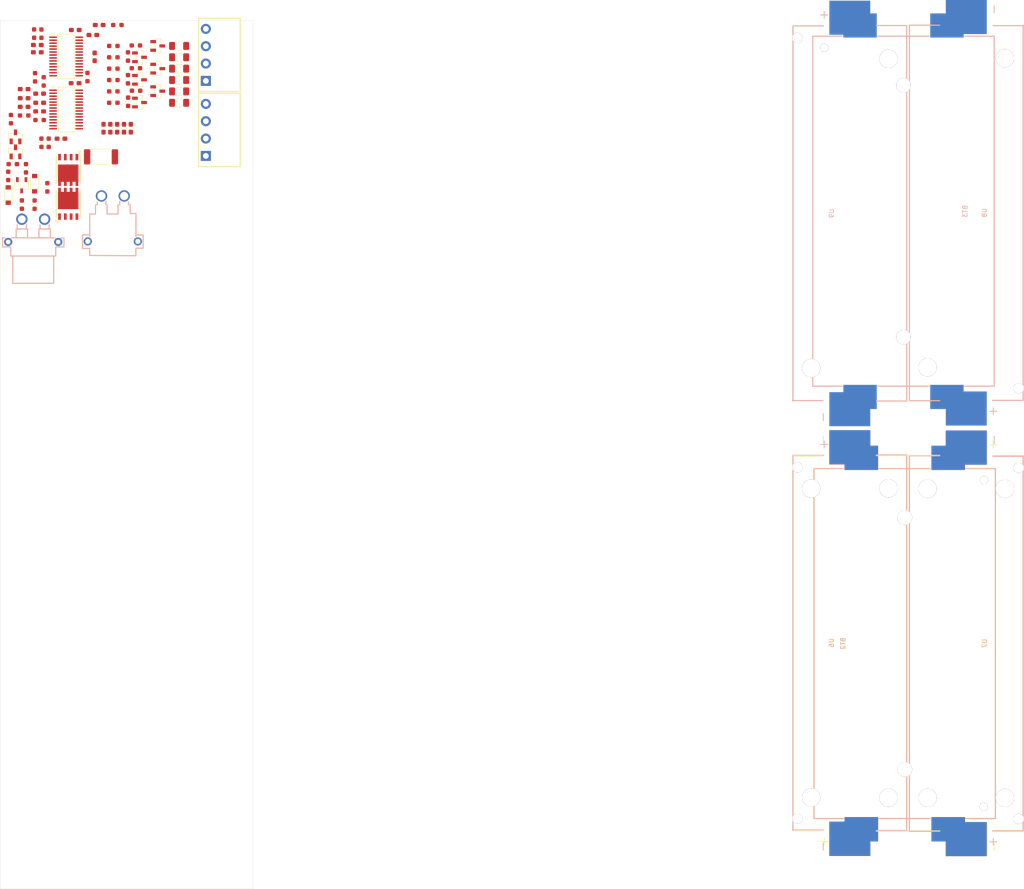
<source format=kicad_pcb>
(kicad_pcb (version 20241229) (generator "pcbnew") (generator_version "9.0")
  (layers (0 "F.Cu" signal) (2 "B.Cu" signal) (13 "F.Paste" user) (15 "B.Paste" user) (5 "F.SilkS" user "F.Silkscreen") (7 "B.SilkS" user "B.Silkscreen") (1 "F.Mask" user) (3 "B.Mask" user) (25 "Edge.Cuts" user))
  (net 0 "")
  (net 1 "B5")
  (net 2 "Net-(U1-TOV)")
  (net 3 "Net-(U1-TOVD)")
  (net 4 "BSET")
  (net 5 "VCC2")
  (net 6 "VCC1")
  (net 7 "/VC5")
  (net 8 "/VC4")
  (net 9 "/VC3")
  (net 10 "/VC2")
  (net 11 "/VC1")
  (net 12 "DOIN")
  (net 13 "COIN")
  (net 14 "Net-(U2-TOV)")
  (net 15 "Net-(U2-TOVD)")
  (net 16 "Net-(U2-TOC1)")
  (net 17 "Net-(U2-TOC2)")
  (net 18 "Net-(U2-VIN)")
  (net 21 "B7")
  (net 22 "B6")
  (net 24 "B8")
  (net 25 "B4")
  (net 26 "B3")
  (net 27 "Net-(D1-K)")
  (net 28 "Net-(D1-A)")
  (net 29 "PACK-")
  (net 30 "Net-(D2-A)")
  (net 31 "Net-(U2-NTC)")
  (net 32 "Net-(Q1-E)")
  (net 33 "Net-(Q1-B)")
  (net 34 "Net-(Q1-C)")
  (net 35 "Net-(Q2-G)")
  (net 36 "Net-(Q2-D)")
  (net 37 "Net-(Q3-D)")
  (net 38 "Net-(Q3-G)")
  (net 39 "Net-(Q4-G)")
  (net 40 "Net-(Q4-D)")
  (net 41 "Net-(Q5-G)")
  (net 42 "Net-(Q5-D)")
  (net 43 "Net-(Q6-B)")
  (net 44 "O-")
  (net 45 "Net-(Q8-G)")
  (net 46 "Net-(Q8-D)")
  (net 47 "Net-(Q8-S)")
  (net 48 "Net-(Q9-D)")
  (net 49 "Net-(Q9-G)")
  (net 50 "Net-(Q10-D)")
  (net 51 "Net-(Q10-G)")
  (net 52 "Net-(Q11-S-Pad1)")
  (net 53 "Net-(Q11-G)")
  (net 54 "Net-(U1-DOIN)")
  (net 55 "Net-(U1-COIN)")
  (net 56 "Net-(U1-CO)")
  (net 57 "BALUP")
  (net 58 "Net-(U1-BALDN)")
  (net 59 "/VC8")
  (net 60 "BAL8")
  (net 61 "BAL5")
  (net 62 "BAL4")
  (net 63 "BAL3")
  (net 64 "/VC7")
  (net 65 "/VC6")
  (net 66 "BAL7")
  (net 67 "BAL6")
  (net 68 "Net-(U2-DO)")
  (net 69 "Net-(U2-TRH)")
  (footprint "Capacitor_SMD:C_0603_1608Metric_Pad1.08x0.95mm_HandSolder" (layer "F.Cu") (at 112.25 36.8 90)
    (property "Reference" "C9" (hide yes))
    (property "Value" "0.1uF" (hide yes))
    (pad "1" smd roundrect (at -0.8625 0 90) (size 1.075 0.95) (layers "F.Cu" "F.Mask" "F.Paste") (net 4 "BSET"))
    (pad "2" smd roundrect (at 0.8625 0 90) (size 1.075 0.95) (layers "F.Cu" "F.Mask" "F.Paste") (net 8 "/VC4"))
  )
  (footprint "easyeda2kicad:SOT-23-3_L2.9-W1.3-P1.90-LS2.4-BR" (layer "F.Cu") (at 91.4 38.7 -90)
    (property "Reference" "Q6" (hide yes))
    (property "Value" "KMBTA94" (hide yes))
    (pad "1" smd rect (at 1 0.95 270) (size 1.25 0.7) (layers "F.Cu" "F.Mask" "F.Paste") (net 43 "Net-(Q6-B)"))
    (pad "2" smd rect (at 1 -0.95 270) (size 1.25 0.7) (layers "F.Cu" "F.Mask" "F.Paste") (net 32 "Net-(Q1-E)"))
    (pad "3" smd rect (at -1 0 270) (size 1.25 0.7) (layers "F.Cu" "F.Mask" "F.Paste") (net 12 "DOIN"))
  )
  (footprint "Capacitor_SMD:C_0603_1608Metric_Pad1.08x0.95mm_HandSolder" (layer "F.Cu") (at 93.3 32.1)
    (property "Reference" "C17" (hide yes))
    (property "Value" "0.1uF" (hide yes))
    (pad "1" smd roundrect (at -0.8625 0) (size 1.075 0.95) (layers "F.Cu" "F.Mask" "F.Paste") (net 4 "BSET"))
    (pad "2" smd roundrect (at 0.8625 0) (size 1.075 0.95) (layers "F.Cu" "F.Mask" "F.Paste") (net 16 "Net-(U2-TOC1)"))
  )
  (footprint "Capacitor_SMD:C_0603_1608Metric_Pad1.08x0.95mm_HandSolder" (layer "F.Cu") (at 116.75 36.8 90)
    (property "Reference" "C12" (hide yes))
    (property "Value" "0.1uF" (hide yes))
    (pad "1" smd roundrect (at -0.8625 0 90) (size 1.075 0.95) (layers "F.Cu" "F.Mask" "F.Paste") (net 4 "BSET"))
    (pad "2" smd roundrect (at 0.8625 0 90) (size 1.075 0.95) (layers "F.Cu" "F.Mask" "F.Paste") (net 11 "/VC1"))
  )
  (footprint "Resistor_SMD:R_0603_1608Metric_Pad0.98x0.95mm_HandSolder" (layer "F.Cu") (at 92.8 53.6 -90)
    (property "Reference" "RVM1" (hide yes))
    (property "Value" "220K" (hide yes))
    (pad "1" smd roundrect (at -0.9125 0 270) (size 0.975 0.95) (layers "F.Cu" "F.Mask" "F.Paste") (net 46 "Net-(Q8-D)"))
    (pad "2" smd roundrect (at 0.9125 0 270) (size 0.975 0.95) (layers "F.Cu" "F.Mask" "F.Paste") (net 29 "PACK-"))
  )
  (footprint "Resistor_SMD:R_0603_1608Metric_Pad0.98x0.95mm_HandSolder" (layer "F.Cu") (at 112.91 18.7 180)
    (property "Reference" "R5" (hide yes))
    (property "Value" "1K" (hide yes))
    (pad "1" smd roundrect (at -0.9125 0 180) (size 0.975 0.95) (layers "F.Cu" "F.Mask" "F.Paste") (net 24 "B8"))
    (pad "2" smd roundrect (at 0.9125 0 180) (size 0.975 0.95) (layers "F.Cu" "F.Mask" "F.Paste") (net 59 "/VC8"))
  )
  (footprint "Resistor_SMD:R_1206_3216Metric_Pad1.30x1.75mm_HandSolder" (layer "F.Cu") (at 127.36 18.7 180)
    (property "Reference" "R18" (hide yes))
    (property "Value" "47R" (hide yes))
    (pad "1" smd roundrect (at -1.55 0 180) (size 1.3 1.75) (layers "F.Cu" "F.Mask" "F.Paste") (roundrect_rratio 0.192308) (net 24 "B8"))
    (pad "2" smd roundrect (at 1.55 0 180) (size 1.3 1.75) (layers "F.Cu" "F.Mask" "F.Paste") (roundrect_rratio 0.192308) (net 36 "Net-(Q2-D)"))
  )
  (footprint "Resistor_SMD:R_0603_1608Metric_Pad0.98x0.95mm_HandSolder" (layer "F.Cu") (at 113.8 14.1 180)
    (property "Reference" "Rccv2" (hide yes))
    (property "Value" "1K" (hide yes))
    (pad "1" smd roundrect (at -0.9125 0 180) (size 0.975 0.95) (layers "F.Cu" "F.Mask" "F.Paste") (net 24 "B8"))
    (pad "2" smd roundrect (at 0.9125 0 180) (size 0.975 0.95) (layers "F.Cu" "F.Mask" "F.Paste") (net 5 "VCC2"))
  )
  (footprint "Resistor_SMD:R_0603_1608Metric_Pad0.98x0.95mm_HandSolder" (layer "F.Cu") (at 112.91 21.2 180)
    (property "Reference" "R19" (hide yes))
    (property "Value" "1K" (hide yes))
    (pad "1" smd roundrect (at -0.9125 0 180) (size 0.975 0.95) (layers "F.Cu" "F.Mask" "F.Paste") (net 21 "B7"))
    (pad "2" smd roundrect (at 0.9125 0 180) (size 0.975 0.95) (layers "F.Cu" "F.Mask" "F.Paste") (net 64 "/VC7"))
  )
  (footprint "easyeda2kicad:TSSOP-28_L9.7-W4.4-P0.65-LS6.4-BL" (layer "F.Cu") (at 102.53 21.02 -90)
    (property "Reference" "U1" (hide yes))
    (property "Value" "BM3451UNDC-T28A" (hide yes))
    (pad "1" smd oval (at -4.23 2.87 270) (size 0.34 1.73) (layers "F.Cu" "F.Mask" "F.Paste"))
    (pad "2" smd oval (at -3.58 2.87 270) (size 0.34 1.73) (layers "F.Cu" "F.Mask" "F.Paste") (net 54 "Net-(U1-DOIN)"))
    (pad "3" smd oval (at -2.93 2.87 270) (size 0.34 1.73) (layers "F.Cu" "F.Mask" "F.Paste") (net 55 "Net-(U1-COIN)"))
    (pad "4" smd oval (at -2.28 2.87 270) (size 0.34 1.73) (layers "F.Cu" "F.Mask" "F.Paste") (net 2 "Net-(U1-TOV)"))
    (pad "5" smd oval (at -1.63 2.87 270) (size 0.34 1.73) (layers "F.Cu" "F.Mask" "F.Paste") (net 3 "Net-(U1-TOVD)"))
    (pad "6" smd oval (at -0.98 2.87 270) (size 0.34 1.73) (layers "F.Cu" "F.Mask" "F.Paste"))
    (pad "7" smd oval (at -0.32 2.87 270) (size 0.34 1.73) (layers "F.Cu" "F.Mask" "F.Paste"))
    (pad "8" smd oval (at 0.33 2.87 270) (size 0.34 1.73) (layers "F.Cu" "F.Mask" "F.Paste"))
    (pad "9" smd oval (at 0.98 2.87 270) (size 0.34 1.73) (layers "F.Cu" "F.Mask" "F.Paste"))
    (pad "10" smd oval (at 1.63 2.87 270) (size 0.34 1.73) (layers "F.Cu" "F.Mask" "F.Paste") (net 1 "B5"))
    (pad "11" smd oval (at 2.28 2.87 270) (size 0.34 1.73) (layers "F.Cu" "F.Mask" "F.Paste") (net 56 "Net-(U1-CO)"))
    (pad "12" smd oval (at 2.93 2.87 270) (size 0.34 1.73) (layers "F.Cu" "F.Mask" "F.Paste") (net 34 "Net-(Q1-C)"))
    (pad "13" smd oval (at 3.58 2.87 270) (size 0.34 1.73) (layers "F.Cu" "F.Mask" "F.Paste") (net 58 "Net-(U1-BALDN)"))
    (pad "14" smd oval (at 4.23 2.87 270) (size 0.34 1.73) (layers "F.Cu" "F.Mask" "F.Paste") (net 1 "B5"))
    (pad "15" smd oval (at 4.23 -2.87 270) (size 0.34 1.73) (layers "F.Cu" "F.Mask" "F.Paste"))
    (pad "16" smd oval (at 3.58 -2.87 270) (size 0.34 1.73) (layers "F.Cu" "F.Mask" "F.Paste") (net 1 "B5"))
    (pad "17" smd oval (at 2.93 -2.87 270) (size 0.34 1.73) (layers "F.Cu" "F.Mask" "F.Paste") (net 1 "B5"))
    (pad "18" smd oval (at 2.28 -2.87 270) (size 0.34 1.73) (layers "F.Cu" "F.Mask" "F.Paste"))
    (pad "19" smd oval (at 1.63 -2.87 270) (size 0.34 1.73) (layers "F.Cu" "F.Mask" "F.Paste") (net 1 "B5"))
    (pad "20" smd oval (at 0.98 -2.87 270) (size 0.34 1.73) (layers "F.Cu" "F.Mask" "F.Paste"))
    (pad "21" smd oval (at 0.33 -2.87 270) (size 0.34 1.73) (layers "F.Cu" "F.Mask" "F.Paste") (net 1 "B5"))
    (pad "22" smd oval (at -0.32 -2.87 270) (size 0.34 1.73) (layers "F.Cu" "F.Mask" "F.Paste") (net 67 "BAL6"))
    (pad "23" smd oval (at -0.98 -2.87 270) (size 0.34 1.73) (layers "F.Cu" "F.Mask" "F.Paste") (net 65 "/VC6"))
    (pad "24" smd oval (at -1.63 -2.87 270) (size 0.34 1.73) (layers "F.Cu" "F.Mask" "F.Paste") (net 66 "BAL7"))
    (pad "25" smd oval (at -2.28 -2.87 270) (size 0.34 1.73) (layers "F.Cu" "F.Mask" "F.Paste") (net 64 "/VC7"))
    (pad "26" smd oval (at -2.93 -2.87 270) (size 0.34 1.73) (layers "F.Cu" "F.Mask" "F.Paste") (net 60 "BAL8"))
    (pad "27" smd oval (at -3.58 -2.87 270) (size 0.34 1.73) (layers "F.Cu" "F.Mask" "F.Paste") (net 59 "/VC8"))
    (pad "28" smd oval (at -4.23 -2.87 270) (size 0.34 1.73) (layers "F.Cu" "F.Mask" "F.Paste") (net 5 "VCC2"))
  )
  (footprint "easyeda2kicad:CONN-TH_WJ15EDGRC-3.81-4P" (layer "F.Cu") (at 133.245 20.67 90)
    (property "Reference" "CN2" (hide yes))
    (property "Value" "WJ15EDGRC-3.81-4P" (hide yes))
    (pad "1" thru_hole rect (at -5.72 0 90) (size 2.2 2.2) (drill 1.259992) (layers "*.Cu" "*.Mask") (net 22 "B6"))
    (pad "2" thru_hole circle (at -1.91 0 90) (size 2.2 2.2) (drill 1.259992) (layers "*.Cu" "*.Mask") (net 21 "B7"))
    (pad "3" thru_hole circle (at 1.91 0 90) (size 2.2 2.2) (drill 1.259992) (layers "*.Cu" "*.Mask") (net 24 "B8"))
    (pad "4" thru_hole circle (at 5.72 0 90) (size 2.2 2.2) (drill 1.259992) (layers "*.Cu" "*.Mask"))
  )
  (footprint "Capacitor_SMD:C_0603_1608Metric_Pad1.08x0.95mm_HandSolder" (layer "F.Cu") (at 104.5 26.9)
    (property "Reference" "C7" (hide yes))
    (property "Value" "0.1uF" (hide yes))
    (pad "1" smd roundrect (at -0.8625 0) (size 1.075 0.95) (layers "F.Cu" "F.Mask" "F.Paste") (net 4 "BSET"))
    (pad "2" smd roundrect (at 0.8625 0) (size 1.075 0.95) (layers "F.Cu" "F.Mask" "F.Paste") (net 6 "VCC1"))
  )
  (footprint "Capacitor_SMD:C_0603_1608Metric_Pad1.08x0.95mm_HandSolder" (layer "F.Cu") (at 108.8 21.1 90)
    (property "Reference" "C5" (hide yes))
    (property "Value" "0.1uF" (hide yes))
    (pad "1" smd roundrect (at -0.8625 0 90) (size 1.075 0.95) (layers "F.Cu" "F.Mask" "F.Paste") (net 1 "B5"))
    (pad "2" smd roundrect (at 0.8625 0 90) (size 1.075 0.95) (layers "F.Cu" "F.Mask" "F.Paste") (net 65 "/VC6"))
  )
  (footprint "easyeda2kicad:BAT-SMD_L82.5.5-W25-BH-21700-B1BJ001" (layer "F.Cu") (at 300.4 150.1 -90)
    (property "Reference" "U5" (at 0 -4 90) (layer "F.SilkS"))
    (property "Value" "BH-21700-B1BJ001")
    (fp_text user "+" (at -45.04 -5.78 90) (layer "F.SilkS") (effects (font (size 2.03 2.03) (thickness 0.2)) (justify right)))
    (fp_text user "-" (at 43.4 -5.98 90) (layer "F.SilkS") (effects (font (size 2.03 2.03) (thickness 0.2)) (justify right)))
    (pad "" thru_hole circle (at -38.6 -11.5 270) (size 2.25 2.25) (drill 2.25) (layers "*.Cu" "*.Mask"))
    (pad "" thru_hole circle (at -34 8.5 270) (size 4 4) (drill 4) (layers "*.Cu" "*.Mask"))
    (pad "" thru_hole circle (at 34 -8.5 270) (size 4 4) (drill 4) (layers "*.Cu" "*.Mask"))
    (pad "1" smd rect (at -43.05 0 270) (size 7.5 9) (layers "F.Cu" "F.Mask" "F.Paste") (net 21 "B7"))
    (pad "2" smd rect (at 43.05 0 270) (size 7.5 9) (layers "F.Cu" "F.Mask" "F.Paste") (net 22 "B6"))
  )
  (footprint "Resistor_SMD:R_0603_1608Metric_Pad0.98x0.95mm_HandSolder" (layer "F.Cu") (at 97.1 40 -90)
    (property "Reference" "RDO1" (hide yes))
    (property "Value" "2K" (hide yes))
    (pad "1" smd roundrect (at -0.9125 0 270) (size 0.975 0.95) (layers "F.Cu" "F.Mask" "F.Paste") (net 68 "Net-(U2-DO)"))
    (pad "2" smd roundrect (at 0.9125 0 270) (size 0.975 0.95) (layers "F.Cu" "F.Mask" "F.Paste") (net 53 "Net-(Q11-G)"))
  )
  (footprint "Resistor_SMD:R_0603_1608Metric_Pad0.98x0.95mm_HandSolder" (layer "F.Cu") (at 98.7 40 90)
    (property "Reference" "RVIN1" (hide yes))
    (property "Value" "2K" (hide yes))
    (pad "1" smd roundrect (at -0.9125 0 90) (size 0.975 0.95) (layers "F.Cu" "F.Mask" "F.Paste") (net 18 "Net-(U2-VIN)"))
    (pad "2" smd roundrect (at 0.9125 0 90) (size 0.975 0.95) (layers "F.Cu" "F.Mask" "F.Paste") (net 52 "Net-(Q11-S-Pad1)"))
  )
  (footprint "Capacitor_SMD:C_0603_1608Metric_Pad1.08x0.95mm_HandSolder" (layer "F.Cu") (at 115.25 36.8 90)
    (property "Reference" "C11" (hide yes))
    (property "Value" "0.1uF" (hide yes))
    (pad "1" smd roundrect (at -0.8625 0 90) (size 1.075 0.95) (layers "F.Cu" "F.Mask" "F.Paste") (net 4 "BSET"))
    (pad "2" smd roundrect (at 0.8625 0 90) (size 1.075 0.95) (layers "F.Cu" "F.Mask" "F.Paste") (net 10 "/VC2"))
  )
  (footprint "Capacitor_SMD:C_0603_1608Metric_Pad1.08x0.95mm_HandSolder" (layer "F.Cu") (at 113.75 36.8 90)
    (property "Reference" "C10" (hide yes))
    (property "Value" "0.1uF" (hide yes))
    (pad "1" smd roundrect (at -0.8625 0 90) (size 1.075 0.95) (layers "F.Cu" "F.Mask" "F.Paste") (net 4 "BSET"))
    (pad "2" smd roundrect (at 0.8625 0 90) (size 1.075 0.95) (layers "F.Cu" "F.Mask" "F.Paste") (net 9 "/VC3"))
  )
  (footprint "easyeda2kicad:BAT-SMD_BH-18650-B1BA007" (layer "F.Cu") (at 286.9 150.13 90)
    (property "Reference" "BT1" (at 0 -13.55 90) (layer "F.SilkS"))
    (property "Value" "BH-18650-B1BA007")
    (pad "" thru_hole circle (at -27.7 0 90) (size 3.2 3.2) (drill 3.2) (layers "*.Cu" "*.Mask"))
    (pad "" thru_hole circle (at 27.7 0 90) (size 3.2 3.2) (drill 3.2) (layers "*.Cu" "*.Mask"))
    (pad "" thru_hole circle (at 35.93 17.4 90) (size 1.8 1.8) (drill 1.8) (layers "*.Cu" "*.Mask"))
    (pad "1" smd rect (at -40.85 -9.55 90) (size 5.32 7.35) (layers "F.Cu" "F.Mask" "F.Paste") (net 24 "B8"))
    (pad "2" smd rect (at 40.85 -9.55 90) (size 5.32 7.35) (layers "F.Cu" "F.Mask" "F.Paste") (net 21 "B7"))
    (pad "3" smd rect (at -40.85 9.55 90) (size 5.32 7.35) (layers "F.Cu" "F.Mask" "F.Paste") (net 22 "B6"))
    (pad "4" smd rect (at 40.85 9.55 90) (size 5.32 7.35) (layers "F.Cu" "F.Mask" "F.Paste") (net 21 "B7"))
  )
  (footprint "Resistor_SMD:R_0603_1608Metric_Pad0.98x0.95mm_HandSolder" (layer "F.Cu") (at 116.16 30.98 90)
    (property "Reference" "R17" (hide yes))
    (property "Value" "4.7M" (hide yes))
    (pad "1" smd roundrect (at -0.9125 0 90) (size 0.975 0.95) (layers "F.Cu" "F.Mask" "F.Paste") (net 63 "BAL3"))
    (pad "2" smd roundrect (at 0.9125 0 90) (size 0.975 0.95) (layers "F.Cu" "F.Mask" "F.Paste") (net 41 "Net-(Q5-G)"))
  )
  (footprint "Capacitor_SMD:C_0603_1608Metric_Pad1.08x0.95mm_HandSolder" (layer "F.Cu") (at 109.8 14.1)
    (property "Reference" "C3" (hide yes))
    (property "Value" "0.1uF" (hide yes))
    (pad "1" smd roundrect (at -0.8625 0) (size 1.075 0.95) (layers "F.Cu" "F.Mask" "F.Paste") (net 1 "B5"))
    (pad "2" smd roundrect (at 0.8625 0) (size 1.075 0.95) (layers "F.Cu" "F.Mask" "F.Paste") (net 59 "/VC8"))
  )
  (footprint "Resistor_SMD:R_0603_1608Metric_Pad0.98x0.95mm_HandSolder" (layer "F.Cu") (at 89.8 47.2875 -90)
    (property "Reference" "RP2" (hide yes))
    (property "Value" "10M" (hide yes))
    (pad "1" smd roundrect (at -0.9125 0 270) (size 0.975 0.95) (layers "F.Cu" "F.Mask" "F.Paste") (net 33 "Net-(Q1-B)"))
    (pad "2" smd roundrect (at 0.9125 0 270) (size 0.975 0.95) (layers "F.Cu" "F.Mask" "F.Paste") (net 30 "Net-(D2-A)"))
  )
  (footprint "Resistor_SMD:R_0603_1608Metric_Pad0.98x0.95mm_HandSolder" (layer "F.Cu") (at 96.7 35 180)
    (property "Reference" "RTRH1" (hide yes))
    (property "Value" "54K" (hide yes))
    (pad "1" smd roundrect (at -0.9125 0 180) (size 0.975 0.95) (layers "F.Cu" "F.Mask" "F.Paste") (net 69 "Net-(U2-TRH)"))
    (pad "2" smd roundrect (at 0.9125 0 180) (size 0.975 0.95) (layers "F.Cu" "F.Mask" "F.Paste") (net 4 "BSET"))
  )
  (footprint "Resistor_SMD:R_0603_1608Metric_Pad0.98x0.95mm_HandSolder" (layer "F.Cu") (at 117.87 18.6)
    (property "Reference" "R12" (hide yes))
    (property "Value" "4.7M" (hide yes))
    (pad "1" smd roundrect (at -0.9125 0) (size 0.975 0.95) (layers "F.Cu" "F.Mask" "F.Paste") (net 60 "BAL8"))
    (pad "2" smd roundrect (at 0.9125 0) (size 0.975 0.95) (layers "F.Cu" "F.Mask" "F.Paste") (net 35 "Net-(Q2-G)"))
  )
  (footprint "easyeda2kicad:CONN-TH_WJ15EDGRC-3.81-4P" (layer "F.Cu") (at 133.245 37.17 90)
    (property "Reference" "CN3" (hide yes))
    (property "Value" "WJ15EDGRC-3.81-4P" (hide yes))
    (pad "1" thru_hole rect (at -5.72 0 90) (size 2.2 2.2) (drill 1.259992) (layers "*.Cu" "*.Mask") (net 4 "BSET"))
    (pad "2" thru_hole circle (at -1.91 0 90) (size 2.2 2.2) (drill 1.259992) (layers "*.Cu" "*.Mask") (net 26 "B3"))
    (pad "3" thru_hole circle (at 1.91 0 90) (size 2.2 2.2) (drill 1.259992) (layers "*.Cu" "*.Mask") (net 25 "B4"))
    (pad "4" thru_hole circle (at 5.72 0 90) (size 2.2 2.2) (drill 1.259992) (layers "*.Cu" "*.Mask") (net 1 "B5"))
  )
  (footprint "easyeda2kicad:SOT-23-3_L2.9-W1.3-P1.90-LS2.4-BR" (layer "F.Cu") (at 122.66 23.7 180)
    (property "Reference" "Q10" (hide yes))
    (property "Value" "SI2302A-TP" (hide yes))
    (pad "1" smd rect (at 1 0.95 180) (size 1.25 0.7) (layers "F.Cu" "F.Mask" "F.Paste") (net 51 "Net-(Q10-G)"))
    (pad "2" smd rect (at 1 -0.95 180) (size 1.25 0.7) (layers "F.Cu" "F.Mask" "F.Paste") (net 1 "B5"))
    (pad "3" smd rect (at -1 0 180) (size 1.25 0.7) (layers "F.Cu" "F.Mask" "F.Paste") (net 50 "Net-(Q10-D)"))
  )
  (footprint "easyeda2kicad:SOT-23-3_L2.9-W1.3-P1.90-LS2.4-BR" (layer "F.Cu") (at 118.66 31.15 180)
    (property "Reference" "Q5" (hide yes))
    (property "Value" "SI2302A-TP" (hide yes))
    (pad "1" smd rect (at 1 0.95 180) (size 1.25 0.7) (layers "F.Cu" "F.Mask" "F.Paste") (net 41 "Net-(Q5-G)"))
    (pad "2" smd rect (at 1 -0.95 180) (size 1.25 0.7) (layers "F.Cu" "F.Mask" "F.Paste") (net 4 "BSET"))
    (pad "3" smd rect (at -1 0 180) (size 1.25 0.7) (layers "F.Cu" "F.Mask" "F.Paste") (net 42 "Net-(Q5-D)"))
  )
  (footprint "Resistor_SMD:R_0603_1608Metric_Pad0.98x0.95mm_HandSolder" (layer "F.Cu") (at 90.4 34.8 -90)
    (property "Reference" "R9" (hide yes))
    (property "Value" "2M" (hide yes))
    (pad "1" smd roundrect (at -0.9125 0 270) (size 0.975 0.95) (layers "F.Cu" "F.Mask" "F.Paste") (net 6 "VCC1"))
    (pad "2" smd roundrect (at 0.9125 0 270) (size 0.975 0.95) (layers "F.Cu" "F.Mask" "F.Paste") (net 43 "Net-(Q6-B)"))
  )
  (footprint "Resistor_SMD:R_0603_1608Metric_Pad0.98x0.95mm_HandSolder" (layer "F.Cu") (at 93.3125 34 180)
    (property "Reference" "NTC1" (hide yes))
    (property "Value" "103" (hide yes))
    (pad "1" smd roundrect (at -0.9125 0 180) (size 0.975 0.95) (layers "F.Cu" "F.Mask" "F.Paste") (net 31 "Net-(U2-NTC)"))
    (pad "2" smd roundrect (at 0.9125 0 180) (size 0.975 0.95) (layers "F.Cu" "F.Mask" "F.Paste") (net 4 "BSET"))
  )
  (footprint "easyeda2kicad:SOT-23-3_L2.9-W1.3-P1.90-LS2.4-BR" (layer "F.Cu") (at 122.66 18.7 180)
    (property "Reference" "Q2" (hide yes))
    (property "Value" "SI2302A-TP" (hide yes))
    (pad "1" smd rect (at 1 0.95 180) (size 1.25 0.7) (layers "F.Cu" "F.Mask" "F.Paste") (net 35 "Net-(Q2-G)"))
    (pad "2" smd rect (at 1 -0.95 180) (size 1.25 0.7) (layers "F.Cu" "F.Mask" "F.Paste") (net 21 "B7"))
    (pad "3" smd rect (at -1 0 180) (size 1.25 0.7) (layers "F.Cu" "F.Mask" "F.Paste") (net 36 "Net-(Q2-D)"))
  )
  (footprint "easyeda2kicad:PQFN-8_L6.0-W5.0-P1.27-LS6.0-BL" (layer "F.Cu") (at 102.99 53.42)
    (property "Reference" "Q7" (hide yes))
    (property "Value" "IRFH5302TRPBF" (hide yes))
    (pad "1" smd rect (at -1.91 2.82) (size 0.61 1.4) (layers "F.Cu" "F.Mask" "F.Paste") (net 29 "PACK-"))
    (pad "2" smd rect (at -0.64 2.82) (size 0.61 1.4) (layers "F.Cu" "F.Mask" "F.Paste") (net 29 "PACK-"))
    (pad "3" smd rect (at 0.64 2.82) (size 0.61 1.4) (layers "F.Cu" "F.Mask" "F.Paste") (net 29 "PACK-"))
    (pad "4" smd rect (at 1.91 2.82) (size 0.61 1.4) (layers "F.Cu" "F.Mask" "F.Paste") (net 27 "Net-(D1-K)"))
    (pad "5" smd rect (at 1.91 -2.82) (size 0.61 1.4) (layers "F.Cu" "F.Mask" "F.Paste") (net 44 "O-"))
    (pad "6" smd rect (at 0.64 -2.82) (size 0.61 1.4) (layers "F.Cu" "F.Mask" "F.Paste") (net 44 "O-"))
    (pad "7" smd rect (at -0.64 -2.82) (size 0.61 1.4) (layers "F.Cu" "F.Mask" "F.Paste") (net 44 "O-"))
    (pad "8" smd rect (at -1.91 -2.82) (size 0.61 1.4) (layers "F.Cu" "F.Mask" "F.Paste") (net 44 "O-"))
    (pad "9" smd rect (at 0 -0.71 90) (size 3.81 4.5) (layers "F.Cu" "F.Mask" "F.Paste") (net 44 "O-"))
  )
  (footprint "Capacitor_SMD:C_0603_1608Metric_Pad1.08x0.95mm_HandSolder" (layer "F.Cu") (at 93.3 28.2)
    (property "Reference" "C13" (hide yes))
    (property "Value" "10nF" (hide yes))
    (pad "1" smd roundrect (at -0.8625 0) (size 1.075 0.95) (layers "F.Cu" "F.Mask" "F.Paste") (net 4 "BSET"))
    (pad "2" smd roundrect (at 0.8625 0) (size 1.075 0.95) (layers "F.Cu" "F.Mask" "F.Paste") (net 12 "DOIN"))
  )
  (footprint "Resistor_SMD:R_0603_1608Metric_Pad0.98x0.95mm_HandSolder" (layer "F.Cu") (at 117.87 23.6)
    (property "Reference" "R26" (hide yes))
    (property "Value" "4.7M" (hide yes))
    (pad "1" smd roundrect (at -0.9125 0) (size 0.975 0.95) (layers "F.Cu" "F.Mask" "F.Paste") (net 67 "BAL6"))
    (pad "2" smd roundrect (at 0.9125 0) (size 0.975 0.95) (layers "F.Cu" "F.Mask" "F.Paste") (net 51 "Net-(Q10-G)"))
  )
  (footprint "Resistor_SMD:R_0603_1608Metric_Pad0.98x0.95mm_HandSolder" (layer "F.Cu") (at 116.12 26.03 90)
    (property "Reference" "R13" (hide yes))
    (property "Value" "4.7M" (hide yes))
    (pad "1" smd roundrect (at -0.9125 0 90) (size 0.975 0.95) (layers "F.Cu" "F.Mask" "F.Paste") (net 61 "BAL5"))
    (pad "2" smd roundrect (at 0.9125 0 90) (size 0.975 0.95) (layers "F.Cu" "F.Mask" "F.Paste") (net 38 "Net-(Q3-G)"))
  )
  (footprint "Resistor_SMD:R_0603_1608Metric_Pad0.98x0.95mm_HandSolder" (layer "F.Cu") (at 97.6 26.5 -90)
    (property "Reference" "R4" (hide yes))
    (property "Value" "1K" (hide yes))
    (pad "1" smd roundrect (at -0.9125 0 270) (size 0.975 0.95) (layers "F.Cu" "F.Mask" "F.Paste") (net 58 "Net-(U1-BALDN)"))
    (pad "2" smd roundrect (at 0.9125 0 270) (size 0.975 0.95) (layers "F.Cu" "F.Mask" "F.Paste") (net 57 "BALUP"))
  )
  (footprint "easyeda2kicad:SOT-23-3_L2.9-W1.3-P1.90-LS2.4-BR" (layer "F.Cu") (at 118.66 26.15 180)
    (property "Reference" "Q3" (hide yes))
    (property "Value" "SI2302A-TP" (hide yes))
    (pad "1" smd rect (at 1 0.95 180) (size 1.25 0.7) (layers "F.Cu" "F.Mask" "F.Paste") (net 38 "Net-(Q3-G)"))
    (pad "2" smd rect (at 1 -0.95 180) (size 1.25 0.7) (layers "F.Cu" "F.Mask" "F.Paste") (net 25 "B4"))
    (pad "3" smd rect (at -1 0 180) (size 1.25 0.7) (layers "F.Cu" "F.Mask" "F.Paste") (net 37 "Net-(Q3-D)"))
  )
  (footprint "easyeda2kicad:SOT-23-3_L2.9-W1.3-P1.90-LS2.4-BR" (layer "F.Cu") (at 91.4 42 -90)
    (property "Reference" "Q1" (hide yes))
    (property "Value" "KMBTA94" (hide yes))
    (pad "1" smd rect (at 1 0.95 270) (size 1.25 0.7) (layers "F.Cu" "F.Mask" "F.Paste") (net 33 "Net-(Q1-B)"))
    (pad "2" smd rect (at 1 -0.95 270) (size 1.25 0.7) (layers "F.Cu" "F.Mask" "F.Paste") (net 32 "Net-(Q1-E)"))
    (pad "3" smd rect (at -1 0 270) (size 1.25 0.7) (layers "F.Cu" "F.Mask" "F.Paste") (net 34 "Net-(Q1-C)"))
  )
  (footprint "Resistor_SMD:R_0603_1608Metric_Pad0.98x0.95mm_HandSolder" (layer "F.Cu") (at 117.91 28.55)
    (property "Reference" "R15" (hide yes))
    (property "Value" "4.7M" (hide yes))
    (pad "1" smd roundrect (at -0.9125 0) (size 0.975 0.95) (layers "F.Cu" "F.Mask" "F.Paste") (net 62 "BAL4"))
    (pad "2" smd roundrect (at 0.9125 0) (size 0.975 0.95) (layers "F.Cu" "F.Mask" "F.Paste") (net 39 "Net-(Q4-G)"))
  )
  (footprint "Capacitor_SMD:C_0603_1608Metric_Pad1.08x0.95mm_HandSolder" (layer "F.Cu") (at 96.7 29.2)
    (property "Reference" "C14" (hide yes))
    (property "Value" "10nF" (hide yes))
    (pad "1" smd roundrect (at -0.8625 0) (size 1.075 0.95) (layers "F.Cu" "F.Mask" "F.Paste") (net 4 "BSET"))
    (pad "2" smd roundrect (at 0.8625 0) (size 1.075 0.95) (layers "F.Cu" "F.Mask" "F.Paste") (net 13 "COIN"))
  )
  (footprint "easyeda2kicad:PQFN-8_L6.0-W5.0-P1.27-LS6.0-BL" (layer "F.Cu") (at 102.99 45.98 180)
    (property "Reference" "Q11" (hide yes))
    (property "Value" "IRFH5302TRPBF" (hide yes))
    (pad "1" smd rect (at -1.91 2.82 180) (size 0.61 1.4) (layers "F.Cu" "F.Mask" "F.Paste") (net 52 "Net-(Q11-S-Pad1)"))
    (pad "2" smd rect (at -0.64 2.82 180) (size 0.61 1.4) (layers "F.Cu" "F.Mask" "F.Paste") (net 52 "Net-(Q11-S-Pad1)"))
    (pad "3" smd rect (at 0.64 2.82 180) (size 0.61 1.4) (layers "F.Cu" "F.Mask" "F.Paste") (net 52 "Net-(Q11-S-Pad1)"))
    (pad "4" smd rect (at 1.91 2.82 180) (size 0.61 1.4) (layers "F.Cu" "F.Mask" "F.Paste") (net 53 "Net-(Q11-G)"))
    (pad "5" smd rect (at 1.91 -2.82 180) (size 0.61 1.4) (layers "F.Cu" "F.Mask" "F.Paste") (net 44 "O-"))
    (pad "6" smd rect (at 0.64 -2.82 180) (size 0.61 1.4) (layers "F.Cu" "F.Mask" "F.Paste") (net 44 "O-"))
    (pad "7" smd rect (at -0.64 -2.82 180) (size 0.61 1.4) (layers "F.Cu" "F.Mask" "F.Paste") (net 44 "O-"))
    (pad "8" smd rect (at -1.91 -2.82 180) (size 0.61 1.4) (layers "F.Cu" "F.Mask" "F.Paste") (net 44 "O-"))
    (pad "9" smd rect (at 0 -0.71 270) (size 3.81 4.5) (layers "F.Cu" "F.Mask" "F.Paste") (net 44 "O-"))
  )
  (footprint "easyeda2kicad:TSSOP-28_L9.7-W4.4-P0.65-LS6.4-BL" (layer "F.Cu") (at 102.53 32.68 -90)
    (property "Reference" "U2" (hide yes))
    (property "Value" "BM3451UNDC-T28A" (hide yes))
    (pad "1" smd oval (at -4.23 2.87 270) (size 0.34 1.73) (layers "F.Cu" "F.Mask" "F.Paste") (net 57 "BALUP"))
    (pad "2" smd oval (at -3.58 2.87 270) (size 0.34 1.73) (layers "F.Cu" "F.Mask" "F.Paste") (net 12 "DOIN"))
    (pad "3" smd oval (at -2.93 2.87 270) (size 0.34 1.73) (layers "F.Cu" "F.Mask" "F.Paste") (net 13 "COIN"))
    (pad "4" smd oval (at -2.28 2.87 270) (size 0.34 1.73) (layers "F.Cu" "F.Mask" "F.Paste") (net 14 "Net-(U2-TOV)"))
    (pad "5" smd oval (at -1.63 2.87 270) (size 0.34 1.73) (layers "F.Cu" "F.Mask" "F.Paste") (net 15 "Net-(U2-TOVD)"))
    (pad "6" smd oval (at -0.98 2.87 270) (size 0.34 1.73) (layers "F.Cu" "F.Mask" "F.Paste") (net 16 "Net-(U2-TOC1)"))
    (pad "7" smd oval (at -0.32 2.87 270) (size 0.34 1.73) (layers "F.Cu" "F.Mask" "F.Paste") (net 17 "Net-(U2-TOC2)"))
    (pad "8" smd oval (at 0.33 2.87 270) (size 0.34 1.73) (layers "F.Cu" "F.Mask" "F.Paste") (net 31 "Net-(U2-NTC)"))
    (pad "9" smd oval (at 0.98 2.87 270) (size 0.34 1.73) (layers "F.Cu" "F.Mask" "F.Paste") (net 69 "Net-(U2-TRH)"))
    (pad "10" smd oval (at 1.63 2.87 270) (size 0.34 1.73) (layers "F.Cu" "F.Mask" "F.Paste") (net 47 "Net-(Q8-S)"))
    (pad "11" smd oval (at 2.28 2.87 270) (size 0.34 1.73) (layers "F.Cu" "F.Mask" "F.Paste") (net 28 "Net-(D1-A)"))
    (pad "12" smd oval (at 2.93 2.87 270) (size 0.34 1.73) (layers "F.Cu" "F.Mask" "F.Paste") (net 68 "Net-(U2-DO)"))
    (pad "13" smd oval (at 3.58 2.87 270) (size 0.34 1.73) (layers "F.Cu" "F.Mask" "F.Paste"))
    (pad "14" smd oval (at 4.23 2.87 270) (size 0.34 1.73) (layers "F.Cu" "F.Mask" "F.Paste") (net 18 "Net-(U2-VIN)"))
    (pad "15" smd oval (at 4.23 -2.87 270) (size 0.34 1.73) (layers "F.Cu" "F.Mask" "F.Paste"))
    (pad "16" smd oval (at 3.58 -2.87 270) (size 0.34 1.73) (layers "F.Cu" "F.Mask" "F.Paste") (net 4 "BSET"))
    (pad "17" smd oval (at 2.93 -2.87 270) (size 0.34 1.73) (layers "F.Cu" "F.Mask" "F.Paste") (net 4 "BSET"))
    (pad "18" smd oval (at 2.28 -2.87 270) (size 0.34 1.73) (layers "F.Cu" "F.Mask" "F.Paste"))
    (pad "19" smd oval (at 1.63 -2.87 270) (size 0.34 1.73) (layers "F.Cu" "F.Mask" "F.Paste") (net 4 "BSET"))
    (pad "20" smd oval (at 0.98 -2.87 270) (size 0.34 1.73) (layers "F.Cu" "F.Mask" "F.Paste"))
    (pad "21" smd oval (at 0.33 -2.87 270) (size 0.34 1.73) (layers "F.Cu" "F.Mask" "F.Paste") (net 4 "BSET"))
    (pad "22" smd oval (at -0.32 -2.87 270) (size 0.34 1.73) (layers "F.Cu" "F.Mask" "F.Paste") (net 63 "BAL3"))
    (pad "23" smd oval (at -0.98 -2.87 270) (size 0.34 1.73) (layers "F.Cu" "F.Mask" "F.Paste") (net 9 "/VC3"))
    (pad "24" smd oval (at -1.63 -2.87 270) (size 0.34 1.73) (layers "F.Cu" "F.Mask" "F.Paste") (net 62 "BAL4"))
    (pad "25" smd oval (at -2.28 -2.87 270) (size 0.34 1.73) (layers "F.Cu" "F.Mask" "F.Paste") (net 8 "/VC4"))
    (pad "26" smd oval (at -2.93 -2.87 270) (size 0.34 1.73) (layers "F.Cu" "F.Mask" "F.Paste") (net 61 "BAL5"))
    (pad "27" smd oval (at -3.58 -2.87 270) (size 0.34 1.73) (layers "F.Cu" "F.Mask" "F.Paste") (net 7 "/VC5"))
    (pad "28" smd oval (at -4.23 -2.87 270) (size 0.34 1.73) (layers "F.Cu" "F.Mask" "F.Paste") (net 6 "VCC1"))
  )
  (footprint "Resistor_SMD:R_0603_1608Metric_Pad0.98x0.95mm_HandSolder" (layer "F.Cu") (at 93.7 45.6125 90)
    (property "Reference" "RM1" (hide yes))
    (property "Value" "1M" (hide yes))
    (pad "1" smd roundrect (at -0.9125 0 90) (size 0.975 0.95) (layers "F.Cu" "F.Mask" "F.Paste") (net 45 "Net-(Q8-G)"))
    (pad "2" smd roundrect (at 0.9125 0 90) (size 0.975 0.95) (layers "F.Cu" "F.Mask" "F.Paste") (net 8 "/VC4"))
  )
  (footprint "easyeda2kicad:BAT-SMD_L82.5.5-W25-BH-21700-B1BJ001" (layer "F.Cu") (at 274.8 150.05 90)
    (property "Reference" "U4" (at 0 -4 90) (layer "F.SilkS"))
    (property "Value" "BH-21700-B1BJ001")
    (fp_text user "-" (at 43.4 -5.98 90) (layer "F.SilkS") (effects (font (size 2.03 2.03) (thickness 0.2)) (justify left)))
    (fp_text user "+" (at -45.04 -5.78 90) (layer "F.SilkS") (effects (font (size 2.03 2.03) (thickness 0.2)) (justify left)))
    (pad "" thru_hole circle (at -38.6 -11.5 90) (size 2.25 2.25) (drill 2.25) (layers "*.Cu" "*.Mask"))
    (pad "" thru_hole circle (at -34 8.5 90) (size 4 4) (drill 4) (layers "*.Cu" "*.Mask"))
    (pad "" thru_hole circle (at 34 -8.5 90) (size 4 4) (drill 4) (layers "*.Cu" "*.Mask"))
    (pad "1" smd rect (at -43.05 0 90) (size 7.5 9) (layers "F.Cu" "F.Mask" "F.Paste") (net 24 "B8"))
    (pad "2" smd rect (at 43.05 0 90) (size 7.5 9) (layers "F.Cu" "F.Mask" "F.Paste") (net 21 "B7"))
  )
  (footprint "Resistor_SMD:R_0603_1608Metric_Pad0.98x0.95mm_HandSolder" (layer "F.Cu") (at 116.12 21.03 90)
    (property "Reference" "R23" (hide yes))
    (property "Value" "4.7M" (hide yes))
    (pad "1" smd roundrect (at -0.9125 0 90) (size 0.975 0.95) (layers "F.Cu" "F.Mask" "F.Paste") (net 66 "BAL7"))
    (pad "2" smd roundrect (at 0.9125 0 90) (size 0.975 0.95) (layers "F.Cu" "F.Mask" "F.Paste") (net 49 "Net-(Q9-G)"))
  )
  (footprint "Resistor_SMD:R_2512_6332Metric_Pad1.40x3.35mm_HandSolder" (layer "F.Cu") (at 110.2 43.1)
    (property "Reference" "R24" (hide yes))
    (property "Value" "5m" (hide yes))
    (pad "1" smd roundrect (at -3.05 0) (size 1.4 3.35) (layers "F.Cu" "F.Mask" "F.Paste") (roundrect_rratio 0.178571) (net 52 "Net-(Q11-S-Pad1)"))
    (pad "2" smd roundrect (at 3.05 0) (size 1.4 3.35) (layers "F.Cu" "F.Mask" "F.Paste") (roundrect_rratio 0.178571) (net 4 "BSET"))
  )
  (footprint "Resistor_SMD:R_0603_1608Metric_Pad0.98x0.95mm_HandSolder" (layer "F.Cu") (at 112.91 28.7 180)
    (property "Reference" "R7" (hide yes))
    (property "Value" "1K" (hide yes))
    (pad "1" smd roundrect (at -0.9125 0 180) (size 0.975 0.95) (layers "F.Cu" "F.Mask" "F.Paste") (net 25 "B4"))
    (pad "2" smd roundrect (at 0.9125 0 180) (size 0.975 0.95) (layers "F.Cu" "F.Mask" "F.Paste") (net 8 "/VC4"))
  )
  (footprint "Resistor_SMD:R_0603_1608Metric_Pad0.98x0.95mm_HandSolder" (layer "F.Cu") (at 97.1 16 -90)
    (property "Reference" "R1" (hide yes))
    (property "Value" "1M" (hide yes))
    (pad "1" smd roundrect (at -0.9125 0 270) (size 0.975 0.95) (layers "F.Cu" "F.Mask" "F.Paste") (net 5 "VCC2"))
    (pad "2" smd roundrect (at 0.9125 0 270) (size 0.975 0.95) (layers "F.Cu" "F.Mask" "F.Paste") (net 54 "Net-(U1-DOIN)"))
  )
  (footprint "Resistor_SMD:R_1206_3216Metric_Pad1.30x1.75mm_HandSolder" (layer "F.Cu") (at 127.36 28.7 180)
    (property "Reference" "R14" (hide yes))
    (property "Value" "47R" (hide yes))
    (pad "1" smd roundrect (at -1.55 0 180) (size 1.3 1.75) (layers "F.Cu" "F.Mask" "F.Paste") (roundrect_rratio 0.192308) (net 25 "B4"))
    (pad "2" smd roundrect (at 1.55 0 180) (size 1.3 1.75) (layers "F.Cu" "F.Mask" "F.Paste") (roundrect_rratio 0.192308) (net 40 "Net-(Q4-D)"))
  )
  (footprint "Resistor_SMD:R_1206_3216Metric_Pad1.30x1.75mm_HandSolder" (layer "F.Cu") (at 127.36 26.2 180)
    (property "Reference" "R27" (hide yes))
    (property "Value" "47R" (hide yes))
    (pad "1" smd roundrect (at -1.55 0 180) (size 1.3 1.75) (layers "F.Cu" "F.Mask" "F.Paste") (roundrect_rratio 0.192308) (net 1 "B5"))
    (pad "2" smd roundrect (at 1.55 0 180) (size 1.3 1.75) (layers "F.Cu" "F.Mask" "F.Paste") (roundrect_rratio 0.192308) (net 37 "Net-(Q3-D)"))
  )
  (footprint "easyeda2kicad:SOT-23-3_L2.9-W1.3-P1.90-LS2.4-BR" (layer "F.Cu") (at 122.66 28.65 180)
    (property "Reference" "Q4" (hide yes))
    (property "Value" "SI2302A-TP" (hide yes))
    (pad "1" smd rect (at 1 0.95 180) (size 1.25 0.7) (layers "F.Cu" "F.Mask" "F.Paste") (net 39 "Net-(Q4-G)"))
    (pad "2" smd rect (at 1 -0.95 180) (size 1.25 0.7) (layers "F.Cu" "F.Mask" "F.Paste") (net 26 "B3"))
    (pad "3" smd rect (at -1 0 180) (size 1.25 0.7) (layers "F.Cu" "F.Mask" "F.Paste") (net 40 "Net-(Q4-D)"))
  )
  (footprint "Resistor_SMD:R_0603_1608Metric_Pad0.98x0.95mm_HandSolder" (layer "F.Cu") (at 90.8125 44.7 180)
    (property "Reference" "RP1" (hide yes))
    (property "Value" "1M" (hide yes))
    (pad "1" smd roundrect (at -0.9125 0 180) (size 0.975 0.95) (layers "F.Cu" "F.Mask" "F.Paste") (net 34 "Net-(Q1-C)"))
    (pad "2" smd roundrect (at 0.9125 0 180) (size 0.975 0.95) (layers "F.Cu" "F.Mask" "F.Paste") (net 33 "Net-(Q1-B)"))
  )
  (footprint "easyeda2kicad:SOD-123_L2.8-W1.8-LS3.7-RD-1" (layer "F.Cu") (at 95.6 49 90)
    (property "Reference" "D1" (hide yes))
    (property "Value" "B5819W_C917036" (hide yes))
    (pad "1" smd rect (at -1.69 0 90) (size 0.95 1.15) (layers "F.Cu" "F.Mask" "F.Paste") (net 27 "Net-(D1-K)"))
    (pad "2" smd rect (at 1.69 0 90) (size 0.95 1.15) (layers "F.Cu" "F.Mask" "F.Paste") (net 28 "Net-(D1-A)"))
  )
  (footprint "Capacitor_SMD:C_0603_1608Metric_Pad1.08x0.95mm_HandSolder" (layer "F.Cu") (at 96.7 31.2)
    (property "Reference" "C16" (hide yes))
    (property "Value" "0.1uF" (hide yes))
    (pad "1" smd roundrect (at -0.8625 0) (size 1.075 0.95) (layers "F.Cu" "F.Mask" "F.Paste") (net 4 "BSET"))
    (pad "2" smd roundrect (at 0.8625 0) (size 1.075 0.95) (layers "F.Cu" "F.Mask" "F.Paste") (net 15 "Net-(U2-TOVD)"))
  )
  (footprint "Resistor_SMD:R_0603_1608Metric_Pad0.98x0.95mm_HandSolder" (layer "F.Cu") (at 95.6 53.6125 90)
    (property "Reference" "RCO1" (hide yes))
    (property "Value" "10M" (hide yes))
    (pad "1" smd roundrect (at -0.9125 0 90) (size 0.975 0.95) (layers "F.Cu" "F.Mask" "F.Paste") (net 29 "PACK-"))
    (pad "2" smd roundrect (at 0.9125 0 90) (size 0.975 0.95) (layers "F.Cu" "F.Mask" "F.Paste") (net 27 "Net-(D1-K)"))
  )
  (footprint "Capacitor_SMD:C_0603_1608Metric_Pad1.08x0.95mm_HandSolder" (layer "F.Cu") (at 96.2 18.5)
    (property "Reference" "C1" (hide yes))
    (property "Value" "0.1uF" (hide yes))
    (pad "1" smd roundrect (at -0.8625 0) (size 1.075 0.95) (layers "F.Cu" "F.Mask" "F.Paste") (net 1 "B5"))
    (pad "2" smd roundrect (at 0.8625 0) (size 1.075 0.95) (layers "F.Cu" "F.Mask" "F.Paste") (net 2 "Net-(U1-TOV)"))
  )
  (footprint "Capacitor_SMD:C_0603_1608Metric_Pad1.08x0.95mm_HandSolder" (layer "F.Cu") (at 101.4 39.1)
    (property "Reference" "C19" (hide yes))
    (property "Value" "0.1uF" (hide yes))
    (pad "1" smd roundrect (at -0.8625 0) (size 1.075 0.95) (layers "F.Cu" "F.Mask" "F.Paste") (net 18 "Net-(U2-VIN)"))
    (pad "2" smd roundrect (at 0.8625 0) (size 1.075 0.95) (layers "F.Cu" "F.Mask" "F.Paste") (net 4 "BSET"))
  )
  (footprint "Capacitor_SMD:C_0603_1608Metric_Pad1.08x0.95mm_HandSolder" (layer "F.Cu") (at 104.5375 15.2)
    (property "Reference" "C6" (hide yes))
    (property "Value" "0.1uF" (hide yes))
    (pad "1" smd roundrect (at -0.8625 0) (size 1.075 0.95) (layers "F.Cu" "F.Mask" "F.Paste") (net 1 "B5"))
    (pad "2" smd roundrect (at 0.8625 0) (size 1.075 0.95) (layers "F.Cu" "F.Mask" "F.Paste") (net 5 "VCC2"))
  )
  (footprint "Resistor_SMD:R_1206_3216Metric_Pad1.30x1.75mm_HandSolder" (layer "F.Cu") (at 127.36 23.7 180)
    (property "Reference" "R25" (hide yes))
    (property "Value" "47R" (hide yes))
    (pad "1" smd roundrect (at -1.55 0 180) (size 1.3 1.75) (layers "F.Cu" "F.Mask" "F.Paste") (roundrect_rratio 0.192308) (net 22 "B6"))
    (pad "2" smd roundrect (at 1.55 0 180) (size 1.3 1.75) (layers "F.Cu" "F.Mask" "F.Paste") (roundrect_rratio 0.192308) (net 50 "Net-(Q10-D)"))
  )
  (footprint "Resistor_SMD:R_0603_1608Metric_Pad0.98x0.95mm_HandSolder" (layer "F.Cu") (at 95.5 15.9875 -90)
    (property "Reference" "R2" (hide yes))
    (property "Value" "1M" (hide yes))
    (pad "1" smd roundrect (at -0.9125 0 270) (size 0.975 0.95) (layers "F.Cu" "F.Mask" "F.Paste") (net 5 "VCC2"))
    (pad "2" smd roundrect (at 0.9125 0 270) (size 0.975 0.95) (layers "F.Cu" "F.Mask" "F.Paste") (net 55 "Net-(U1-COIN)"))
  )
  (footprint "Capacitor_SMD:C_0603_1608Metric_Pad1.08x0.95mm_HandSolder" (layer "F.Cu") (at 110.75 36.8 90)
    (property "Reference" "C8" (hide yes))
    (property "Value" "0.1uF" (hide yes))
    (pad "1" smd roundrect (at -0.8625 0 90) (size 1.075 0.95) (layers "F.Cu" "F.Mask" "F.Paste") (net 4 "BSET"))
    (pad "2" smd roundrect (at 0.8625 0 90) (size 1.075 0.95) (layers "F.Cu" "F.Mask" "F.Paste") (net 7 "/VC5"))
  )
  (footprint "Resistor_SMD:R_0603_1608Metric_Pad0.98x0.95mm_HandSolder" (layer "F.Cu") (at 112.91 23.7 180)
    (property "Reference" "R20" (hide yes))
    (property "Value" "1K" (hide yes))
    (pad "1" smd roundrect (at -0.9125 0 180) (size 0.975 0.95) (layers "F.Cu" "F.Mask" "F.Paste") (net 22 "B6"))
    (pad "2" smd roundrect (at 0.9125 0 180) (size 0.975 0.95) (layers "F.Cu" "F.Mask" "F.Paste") (net 65 "/VC6"))
  )
  (footprint "Resistor_SMD:R_0603_1608Metric_Pad0.98x0.95mm_HandSolder" (layer "F.Cu") (at 112.91 26.2 180)
    (property "Reference" "R6" (hide yes))
    (property "Value" "1K" (hide yes))
    (pad "1" smd roundrect (at -0.9125 0 180) (size 0.975 0.95) (layers "F.Cu" "F.Mask" "F.Paste") (net 1 "B5"))
    (pad "2" smd roundrect (at 0.9125 0 180) (size 0.975 0.95) (layers "F.Cu" "F.Mask" "F.Paste") (net 7 "/VC5"))
  )
  (footprint "Capacitor_SMD:C_0603_1608Metric_Pad1.08x0.95mm_HandSolder" (layer "F.Cu") (at 96.2 20.1)
    (property "Reference" "C2" (hide yes))
    (property "Value" "0.1uF" (hide yes))
    (pad "1" smd roundrect (at -0.8625 0) (size 1.075 0.95) (layers "F.Cu" "F.Mask" "F.Paste") (net 1 "B5"))
    (pad "2" smd roundrect (at 0.8625 0) (size 1.075 0.95) (layers "F.Cu" "F.Mask" "F.Paste") (net 3 "Net-(U1-TOVD)"))
  )
  (footprint "Resistor_SMD:R_0603_1608Metric_Pad0.98x0.95mm_HandSolder" (layer "F.Cu") (at 98.4 49.8 90)
    (property "Reference" "RS1" (hide yes))
    (property "Value" "10M" (hide yes))
    (pad "1" smd roundrect (at -0.9125 0 90) (size 0.975 0.95) (layers "F.Cu" "F.Mask" "F.Paste") (net 29 "PACK-"))
    (pad "2" smd roundrect (at 0.9125 0 90) (size 0.975 0.95) (layers "F.Cu" "F.Mask" "F.Paste") (net 52 "Net-(Q11-S-Pad1)"))
  )
  (footprint "Resistor_SMD:R_1206_3216Metric_Pad1.30x1.75mm_HandSolder" (layer "F.Cu") (at 127.36 31.2 180)
    (property "Reference" "R16" (hide yes))
    (property "Value" "47R" (hide yes))
    (pad "1" smd roundrect (at -1.55 0 180) (size 1.3 1.75) (layers "F.Cu" "F.Mask" "F.Paste") (roundrect_rratio 0.192308) (net 26 "B3"))
    (pad "2" smd roundrect (at 1.55 0 180) (size 1.3 1.75) (layers "F.Cu" "F.Mask" "F.Paste") (roundrect_rratio 0.192308) (net 42 "Net-(Q5-D)"))
  )
  (footprint "easyeda2kicad:SOD-123_L2.8-W1.8-LS3.7-RD-1" (layer "F.Cu") (at 89.8 51.5 90)
    (property "Reference" "D2" (hide yes))
    (property "Value" "B5819W_C917036" (hide yes))
    (pad "1" smd rect (at -1.69 0 90) (size 0.95 1.15) (layers "F.Cu" "F.Mask" "F.Paste") (net 29 "PACK-"))
    (pad "2" smd rect (at 1.69 0 90) (size 0.95 1.15) (layers "F.Cu" "F.Mask" "F.Paste") (net 30 "Net-(D2-A)"))
  )
  (footprint "easyeda2kicad:SOT-23-3_L2.9-W1.6-P1.90-LS2.8-BR" (layer "F.Cu") (at 92.75 49.34 90)
    (property "Reference" "Q8" (hide yes))
    (property "Value" "NCE0103Y" (hide yes))
    (pad "1" smd rect (at 1.24 0.95 90) (size 1.07 0.6) (layers "F.Cu" "F.Mask" "F.Paste") (net 45 "Net-(Q8-G)"))
    (pad "2" smd rect (at 1.24 -0.95 90) (size 1.07 0.6) (layers "F.Cu" "F.Mask" "F.Paste") (net 47 "Net-(Q8-S)"))
    (pad "3" smd rect (at -1.24 0 90) (size 1.07 0.6) (layers "F.Cu" "F.Mask" "F.Paste") (net 46 "Net-(Q8-D)"))
  )
  (footprint "Capacitor_SMD:C_0603_1608Metric_Pad1.08x0.95mm_HandSolder" (layer "F.Cu") (at 96.7 33.1)
    (property "Reference" "C18" (hide yes))
    (property "Value" "0.1uF" (hide yes))
    (pad "1" smd roundrect (at -0.8625 0) (size 1.075 0.95) (layers "F.Cu" "F.Mask" "F.Paste") (net 4 "BSET"))
    (pad "2" smd roundrect (at 0.8625 0) (size 1.075 0.95) (layers "F.Cu" "F.Mask" "F.Paste") (net 17 "Net-(U2-TOC2)"))
  )
  (footprint "Resistor_SMD:R_0603_1608Metric_Pad0.98x0.95mm_HandSolder" (layer "F.Cu") (at 112.91 31.2 180)
    (property "Reference" "R8" (hide yes))
    (property "Value" "1K" (hide yes))
    (pad "1" smd roundrect (at -0.9125 0 180) (size 0.975 0.95) (layers "F.Cu" "F.Mask" "F.Paste") (net 26 "B3"))
    (pad "2" smd roundrect (at 0.9125 0 180) (size 0.975 0.95) (layers "F.Cu" "F.Mask" "F.Paste") (net 9 "/VC3"))
  )
  (footprint "Capacitor_SMD:C_0603_1608Metric_Pad1.08x0.95mm_HandSolder" (layer "F.Cu") (at 93.3 30.2)
    (property "Reference" "C15" (hide yes))
    (property "Value" "0.1uF" (hide yes))
    (pad "1" smd roundrect (at -0.8625 0) (size 1.075 0.95) (layers "F.Cu" "F.Mask" "F.Paste") (net 4 "BSET"))
    (pad "2" smd roundrect (at 0.8625 0) (size 1.075 0.95) (layers "F.Cu" "F.Mask" "F.Paste") (net 14 "Net-(U2-TOV)"))
  )
  (footprint "Capacitor_SMD:C_0603_1608Metric_Pad1.08x0.95mm_HandSolder" (layer "F.Cu") (at 108.4 16.3)
    (property "Reference" "C4" (hide yes))
    (property "Value" "0.1uF" (hide yes))
    (pad "1" smd roundrect (at -0.8625 0) (size 1.075 0.95) (layers "F.Cu" "F.Mask" "F.Paste") (net 1 "B5"))
    (pad "2" smd roundrect (at 0.8625 0) (size 1.075 0.95) (layers "F.Cu" "F.Mask" "F.Paste") (net 64 "/VC7"))
  )
  (footprint "Resistor_SMD:R_0603_1608Metric_Pad0.98x0.95mm_HandSolder" (layer "F.Cu") (at 107.22 25.55 -90)
    (property "Reference" "Rccv1" (hide yes))
    (property "Value" "1K" (hide yes))
    (pad "1" smd roundrect (at -0.9125 0 270) (size 0.975 0.95) (layers "F.Cu" "F.Mask" "F.Paste") (net 1 "B5"))
    (pad "2" smd roundrect (at 0.9125 0 270) (size 0.975 0.95) (layers "F.Cu" "F.Mask" "F.Paste") (net 6 "VCC1"))
  )
  (footprint "Resistor_SMD:R_1206_3216Metric_Pad1.30x1.75mm_HandSolder" (layer "F.Cu") (at 127.36 21.2 180)
    (property "Reference" "R11" (hide yes))
    (property "Value" "47R" (hide yes))
    (pad "1" smd roundrect (at -1.55 0 180) (size 1.3 1.75) (layers "F.Cu" "F.Mask" "F.Paste") (roundrect_rratio 0.192308) (net 21 "B7"))
    (pad "2" smd roundrect (at 1.55 0 180) (size 1.3 1.75) (layers "F.Cu" "F.Mask" "F.Paste") (roundrect_rratio 0.192308) (net 48 "Net-(Q9-D)"))
  )
  (footprint "Resistor_SMD:R_0603_1608Metric_Pad0.98x0.95mm_HandSolder" (layer "F.Cu") (at 95.7 25.6 -90)
    (property "Reference" "R3" (hide yes))
    (property "Value" "10M" (hide yes))
    (pad "1" smd roundrect (at -0.9125 0 270) (size 0.975 0.95) (layers "F.Cu" "F.Mask" "F.Paste") (net 56 "Net-(U1-CO)"))
    (pad "2" smd roundrect (at 0.9125 0 270) (size 0.975 0.95) (layers "F.Cu" "F.Mask" "F.Paste") (net 13 "COIN"))
  )
  (footprint "easyeda2kicad:SOT-23-3_L2.9-W1.3-P1.90-LS2.4-BR" (layer "F.Cu") (at 118.66 21.2 180)
    (property "Reference" "Q9" (hide yes))
    (property "Value" "SI2302A-TP" (hide yes))
    (pad "1" smd rect (at 1 0.95 180) (size 1.25 0.7) (layers "F.Cu" "F.Mask" "F.Paste") (net 49 "Net-(Q9-G)"))
    (pad "2" smd rect (at 1 -0.95 180) (size 1.25 0.7) (layers "F.Cu" "F.Mask" "F.Paste") (net 22 "B6"))
    (pad "3" smd rect (at -1 0 180) (size 1.25 0.7) (layers "F.Cu" "F.Mask" "F.Paste") (net 48 "Net-(Q9-D)"))
  )
  (footprint "easyeda2kicad:CONN-TH_XT30PW-F-1" (layer "B.Cu") (at 95.3 59.3125 180)
    (property "Reference" "U3" (hide yes))
    (property "Value" "XT30PW-F" (hide yes))
    (pad "1" thru_hole circle (at -2.5 2.5 180) (size 2.5 2.5) (drill 1.700022) (layers "*.Cu" "*.Mask") (net 24 "B8"))
    (pad "2" thru_hole circle (at 2.5 2.5 180) (size 2.5 2.5) (drill 1.700022) (layers "*.Cu" "*.Mask") (net 29 "PACK-"))
    (pad "3" thru_hole circle (at 5.5 -2.5 180) (size 1.8 1.8) (drill 0.999998) (layers "*.Cu" "*.Mask"))
    (pad "4" thru_hole circle (at -5.5 -2.5 180) (size 1.8 1.8) (drill 0.999998) (layers "*.Cu" "*.Mask"))
  )
  (footprint "easyeda2kicad:BAT-SMD_BH-18650-B1BA007" (layer "B.Cu") (at 286.85 150.15 -90)
    (property "Reference" "BT2" (at 0 13.55 90) (layer "B.SilkS") (effects (justify mirror)))
    (property "Value" "BH-18650-B1BA007")
    (pad "" thru_hole circle (at -27.7 0 270) (size 3.2 3.2) (drill 3.2) (layers "*.Cu" "*.Mask"))
    (pad "" thru_hole circle (at 27.7 0 270) (size 3.2 3.2) (drill 3.2) (layers "*.Cu" "*.Mask"))
    (pad "" thru_hole circle (at 35.93 -17.4 270) (size 1.8 1.8) (drill 1.8) (layers "*.Cu" "*.Mask"))
    (pad "1" smd rect (at -40.85 9.55 270) (size 5.32 7.35) (layers "B.Cu" "B.Mask" "B.Paste") (net 22 "B6"))
    (pad "2" smd rect (at 40.85 9.55 270) (size 5.32 7.35) (layers "B.Cu" "B.Mask" "B.Paste") (net 1 "B5"))
    (pad "3" smd rect (at -40.85 -9.55 270) (size 5.32 7.35) (layers "B.Cu" "B.Mask" "B.Paste") (net 25 "B4"))
    (pad "4" smd rect (at 40.85 -9.55 270) (size 5.32 7.35) (layers "B.Cu" "B.Mask" "B.Paste") (net 1 "B5"))
  )
  (footprint "easyeda2kicad:BAT-SMD_L82.5.5-W25-BH-21700-B1BJ001" (layer "B.Cu") (at 274.8 55.55 -90)
    (property "Reference" "U9" (at 0 4 90) (layer "B.SilkS") (effects (justify mirror)))
    (property "Value" "BH-21700-B1BJ001")
    (fp_text user "+" (at -45.04 5.78 90) (layer "B.SilkS") (effects (font (size 2.03 2.03) (thickness 0.2)) (justify left mirror)))
    (fp_text user "-" (at 43.4 5.98 90) (layer "B.SilkS") (effects (font (size 2.03 2.03) (thickness 0.2)) (justify left mirror)))
    (pad "" thru_hole circle (at -38.6 11.5 270) (size 2.25 2.25) (drill 2.25) (layers "*.Cu" "*.Mask"))
    (pad "" thru_hole circle (at -34 -8.5 270) (size 4 4) (drill 4) (layers "*.Cu" "*.Mask"))
    (pad "" thru_hole circle (at 34 8.5 270) (size 4 4) (drill 4) (layers "*.Cu" "*.Mask"))
    (pad "1" smd rect (at -43.05 0 270) (size 7.5 9) (layers "B.Cu" "B.Mask" "B.Paste") (net 26 "B3"))
    (pad "2" smd rect (at 43.05 0 270) (size 7.5 9) (layers "B.Cu" "B.Mask" "B.Paste") (net 4 "BSET"))
  )
  (footprint "easyeda2kicad:BAT-SMD_L82.5.5-W25-BH-21700-B1BJ001" (layer "B.Cu") (at 274.8 150 -90)
    (property "Reference" "U6" (at 0 4 90) (layer "B.SilkS") (effects (justify mirror)))
    (property "Value" "BH-21700-B1BJ001")
    (fp_text user "-" (at 43.4 5.98 90) (layer "B.SilkS") (effects (font (size 2.03 2.03) (thickness 0.2)) (justify left mirror)))
    (fp_text user "+" (at -45.04 5.78 90) (layer "B.SilkS") (effects (font (size 2.03 2.03) (thickness 0.2)) (justify left mirror)))
    (pad "" thru_hole circle (at -38.6 11.5 270) (size 2.25 2.25) (drill 2.25) (layers "*.Cu" "*.Mask"))
    (pad "" thru_hole circle (at -34 -8.5 270) (size 4 4) (drill 4) (layers "*.Cu" "*.Mask"))
    (pad "" thru_hole circle (at 34 8.5 270) (size 4 4) (drill 4) (layers "*.Cu" "*.Mask"))
    (pad "1" smd rect (at -43.05 0 270) (size 7.5 9) (layers "B.Cu" "B.Mask" "B.Paste") (net 22 "B6"))
    (pad "2" smd rect (at 43.05 0 270) (size 7.5 9) (layers "B.Cu" "B.Mask" "B.Paste") (net 1 "B5"))
  )
  (footprint "easyeda2kicad:CONN-TH_XT30PW-M" (layer "B.Cu") (at 112.8 56.7 180)
    (property "Reference" "CN1" (hide yes))
    (property "Value" "XT30PW-M" (hide yes))
    (pad "1" thru_hole circle (at -2.5 5 180) (size 2.5 2.5) (drill 1.799996) (layers "*.Cu" "*.Mask") (net 4 "BSET"))
    (pad "2" thru_hole circle (at 2.5 5 180) (size 2.5 2.5) (drill 1.799996) (layers "*.Cu" "*.Mask") (net 24 "B8"))
    (pad "3" thru_hole circle (at 5.5 -5 180) (size 1.8 1.8) (drill 1.100023) (layers "*.Cu" "*.Mask"))
    (pad "4" thru_hole circle (at -5.5 -5 180) (size 1.8 1.8) (drill 1.100023) (layers "*.Cu" "*.Mask"))
  )
  (footprint "easyeda2kicad:BAT-SMD_L82.5.5-W25-BH-21700-B1BJ001" (layer "B.Cu") (at 300.4 150.1 90)
    (property "Reference" "U7" (at 0 4 90) (layer "B.SilkS") (effects (justify mirror)))
    (property "Value" "BH-21700-B1BJ001")
    (fp_text user "+" (at -45.04 5.78 90) (layer "B.SilkS") (effects (font (size 2.03 2.03) (thickness 0.2)) (justify right mirror)))
    (fp_text user "-" (at 43.4 5.98 90) (layer "B.SilkS") (effects (font (size 2.03 2.03) (thickness 0.2)) (justify right mirror)))
    (pad "" thru_hole circle (at -38.6 11.5 90) (size 2.25 2.25) (drill 2.25) (layers "*.Cu" "*.Mask"))
    (pad "" thru_hole circle (at -34 -8.5 90) (size 4 4) (drill 4) (layers "*.Cu" "*.Mask"))
    (pad "" thru_hole circle (at 34 8.5 90) (size 4 4) (drill 4) (layers "*.Cu" "*.Mask"))
    (pad "1" smd rect (at -43.05 0 90) (size 7.5 9) (layers "B.Cu" "B.Mask" "B.Paste") (net 1 "B5"))
    (pad "2" smd rect (at 43.05 0 90) (size 7.5 9) (layers "B.Cu" "B.Mask" "B.Paste") (net 25 "B4"))
  )
  (footprint "easyeda2kicad:BAT-SMD_BH-18650-B1BA007" (layer "B.Cu") (at 286.6 55.05 90)
    (property "Reference" "BT3" (at 0 13.55 90) (layer "B.SilkS") (effects (justify mirror)))
    (property "Value" "BH-18650-B1BA007")
    (pad "" thru_hole circle (at -27.7 0 90) (size 3.2 3.2) (drill 3.2) (layers "*.Cu" "*.Mask"))
    (pad "" thru_hole circle (at 27.7 0 90) (size 3.2 3.2) (drill 3.2) (layers "*.Cu" "*.Mask"))
    (pad "" thru_hole circle (at 35.93 -17.4 90) (size 1.8 1.8) (drill 1.8) (layers "*.Cu" "*.Mask"))
    (pad "1" smd rect (at -40.85 9.55 90) (size 5.32 7.35) (layers "B.Cu" "B.Mask" "B.Paste") (net 25 "B4"))
    (pad "2" smd rect (at 40.85 9.55 90) (size 5.32 7.35) (layers "B.Cu" "B.Mask" "B.Paste") (net 26 "B3"))
    (pad "3" smd rect (at -40.85 -9.55 90) (size 5.32 7.35) (layers "B.Cu" "B.Mask" "B.Paste") (net 4 "BSET"))
    (pad "4" smd rect (at 40.85 -9.55 90) (size 5.32 7.35) (layers "B.Cu" "B.Mask" "B.Paste") (net 26 "B3"))
  )
  (footprint "easyeda2kicad:BAT-SMD_L82.5.5-W25-BH-21700-B1BJ001" (layer "B.Cu") (at 300.4 55.4 90)
    (property "Reference" "U8" (at 0 4 90) (layer "B.SilkS") (effects (justify mirror)))
    (property "Value" "BH-21700-B1BJ001")
    (fp_text user "+" (at -45.04 5.78 90) (layer "B.SilkS") (effects (font (size 2.03 2.03) (thickness 0.2)) (justify right mirror)))
    (fp_text user "-" (at 43.4 5.98 90) (layer "B.SilkS") (effects (font (size 2.03 2.03) (thickness 0.2)) (justify right mirror)))
    (pad "" thru_hole circle (at -38.6 11.5 90) (size 2.25 2.25) (drill 2.25) (layers "*.Cu" "*.Mask"))
    (pad "" thru_hole circle (at -34 -8.5 90) (size 4 4) (drill 4) (layers "*.Cu" "*.Mask"))
    (pad "" thru_hole circle (at 34 8.5 90) (size 4 4) (drill 4) (layers "*.Cu" "*.Mask"))
    (pad "1" smd rect (at -43.05 0 90) (size 7.5 9) (layers "B.Cu" "B.Mask" "B.Paste") (net 25 "B4"))
    (pad "2" smd rect (at 43.05 0 90) (size 7.5 9) (layers "B.Cu" "B.Mask" "B.Paste") (net 26 "B3"))
  )
  (gr_rect (start 88.02 13.12) (end 143.62 204.12) (stroke (width 0.05)) (fill no) (layer "Edge.Cuts"))
)
</source>
